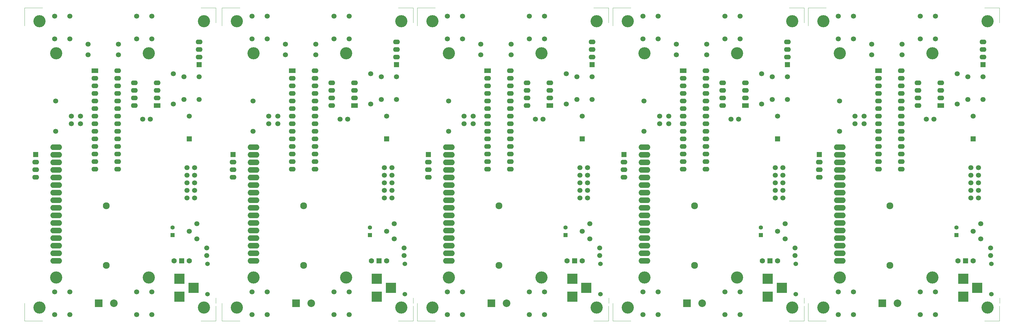
<source format=gbs>
G04 (created by PCBNEW (2013-07-07 BZR 4022)-stable) date 5/4/2015 1:16:15 PM*
%MOIN*%
G04 Gerber Fmt 3.4, Leading zero omitted, Abs format*
%FSLAX34Y34*%
G01*
G70*
G90*
G04 APERTURE LIST*
%ADD10C,0.00590551*%
%ADD11C,0.00393701*%
%ADD12C,0.0669291*%
%ADD13R,0.09X0.062*%
%ADD14O,0.09X0.062*%
%ADD15C,0.0905512*%
%ADD16O,0.152X0.076*%
%ADD17R,0.1X0.1*%
%ADD18C,0.1*%
%ADD19C,0.16*%
%ADD20R,0.0669291X0.0669291*%
%ADD21C,0.06*%
%ADD22C,0.066*%
%ADD23R,0.055X0.055*%
%ADD24C,0.055*%
%ADD25R,0.1378X0.1378*%
%ADD26C,0.07*%
%ADD27R,0.07X0.07*%
G04 APERTURE END LIST*
G54D10*
G54D11*
X37250Y-71950D02*
X37250Y-71250D01*
X12046Y-32941D02*
X12046Y-35303D01*
X12440Y-32941D02*
X12046Y-32941D01*
X12046Y-74279D02*
X12046Y-71917D01*
X12440Y-74279D02*
X12046Y-74279D01*
X37243Y-32941D02*
X37243Y-34909D01*
X35275Y-32941D02*
X37243Y-32941D01*
X37243Y-32941D02*
X35275Y-32941D01*
X37243Y-74279D02*
X37243Y-72311D01*
X37243Y-74279D02*
X35275Y-74279D01*
X12440Y-74279D02*
X14409Y-74279D01*
X12440Y-32941D02*
X14409Y-32941D01*
X140500Y-71950D02*
X140500Y-71250D01*
X115296Y-32941D02*
X115296Y-35303D01*
X115690Y-32941D02*
X115296Y-32941D01*
X115296Y-74279D02*
X115296Y-71917D01*
X115690Y-74279D02*
X115296Y-74279D01*
X140493Y-32941D02*
X140493Y-34909D01*
X138525Y-32941D02*
X140493Y-32941D01*
X140493Y-32941D02*
X138525Y-32941D01*
X140493Y-74279D02*
X140493Y-72311D01*
X140493Y-74279D02*
X138525Y-74279D01*
X115690Y-74279D02*
X117659Y-74279D01*
X115690Y-32941D02*
X117659Y-32941D01*
X114750Y-71950D02*
X114750Y-71250D01*
X89546Y-32941D02*
X89546Y-35303D01*
X89940Y-32941D02*
X89546Y-32941D01*
X89546Y-74279D02*
X89546Y-71917D01*
X89940Y-74279D02*
X89546Y-74279D01*
X114743Y-32941D02*
X114743Y-34909D01*
X112775Y-32941D02*
X114743Y-32941D01*
X114743Y-32941D02*
X112775Y-32941D01*
X114743Y-74279D02*
X114743Y-72311D01*
X114743Y-74279D02*
X112775Y-74279D01*
X89940Y-74279D02*
X91909Y-74279D01*
X89940Y-32941D02*
X91909Y-32941D01*
X63250Y-71950D02*
X63250Y-71250D01*
X38046Y-32941D02*
X38046Y-35303D01*
X38440Y-32941D02*
X38046Y-32941D01*
X38046Y-74279D02*
X38046Y-71917D01*
X38440Y-74279D02*
X38046Y-74279D01*
X63243Y-32941D02*
X63243Y-34909D01*
X61275Y-32941D02*
X63243Y-32941D01*
X63243Y-32941D02*
X61275Y-32941D01*
X63243Y-74279D02*
X63243Y-72311D01*
X63243Y-74279D02*
X61275Y-74279D01*
X38440Y-74279D02*
X40409Y-74279D01*
X38440Y-32941D02*
X40409Y-32941D01*
X89000Y-71950D02*
X89000Y-71250D01*
X63796Y-32941D02*
X63796Y-35303D01*
X64190Y-32941D02*
X63796Y-32941D01*
X63796Y-74279D02*
X63796Y-71917D01*
X64190Y-74279D02*
X63796Y-74279D01*
X88993Y-32941D02*
X88993Y-34909D01*
X87025Y-32941D02*
X88993Y-32941D01*
X88993Y-32941D02*
X87025Y-32941D01*
X88993Y-74279D02*
X88993Y-72311D01*
X88993Y-74279D02*
X87025Y-74279D01*
X64190Y-74279D02*
X66159Y-74279D01*
X64190Y-32941D02*
X66159Y-32941D01*
G54D12*
X33450Y-54050D03*
X34450Y-54050D03*
X33450Y-55050D03*
X34450Y-55050D03*
X33450Y-56050D03*
X34450Y-56050D03*
X33450Y-57050D03*
X34450Y-57050D03*
X33450Y-58050D03*
X34450Y-58050D03*
X34750Y-63450D03*
X33750Y-62450D03*
X34750Y-61450D03*
X16150Y-49250D03*
X16150Y-45250D03*
X20400Y-39150D03*
X24400Y-39150D03*
X20400Y-37750D03*
X24400Y-37750D03*
X31650Y-45650D03*
X31650Y-41650D03*
G54D13*
X29500Y-45850D03*
G54D14*
X29500Y-44850D03*
X29500Y-43850D03*
X29500Y-42850D03*
X26500Y-42850D03*
X26500Y-43850D03*
X26500Y-44850D03*
X26500Y-45850D03*
X21300Y-42250D03*
X21300Y-43250D03*
X21300Y-44250D03*
X21300Y-45250D03*
X21300Y-46250D03*
X21300Y-47250D03*
X21300Y-48250D03*
X21300Y-49250D03*
X21300Y-50250D03*
X21300Y-51250D03*
X21300Y-52250D03*
X21300Y-53250D03*
X21300Y-54250D03*
G54D13*
X21300Y-41250D03*
G54D14*
X24300Y-54250D03*
X24300Y-53250D03*
X24300Y-52250D03*
X24300Y-51250D03*
X24300Y-50250D03*
X24300Y-49250D03*
X24300Y-48250D03*
X24300Y-47250D03*
X24300Y-46250D03*
X24300Y-45250D03*
X24300Y-44250D03*
X24300Y-43250D03*
X24300Y-42250D03*
X24300Y-41250D03*
G54D12*
X27600Y-47650D03*
X28600Y-47650D03*
X18200Y-47250D03*
X18200Y-48250D03*
X19400Y-47250D03*
X19400Y-48250D03*
G54D15*
X22800Y-59076D03*
X22800Y-66950D03*
G54D16*
X16200Y-66350D03*
X16200Y-65350D03*
X16200Y-64350D03*
X16200Y-63350D03*
X16200Y-62350D03*
X16200Y-61350D03*
X16200Y-60350D03*
X16200Y-59350D03*
X16200Y-58350D03*
X16200Y-57350D03*
X16200Y-56350D03*
X16200Y-55350D03*
X16200Y-54350D03*
X16200Y-53350D03*
X16200Y-52350D03*
X16200Y-51350D03*
G54D12*
X26800Y-70450D03*
X28800Y-70450D03*
X26800Y-73450D03*
X28800Y-73450D03*
X26800Y-34050D03*
X28800Y-34050D03*
X26800Y-37050D03*
X28800Y-37050D03*
X18000Y-73450D03*
X16000Y-73450D03*
X18000Y-70450D03*
X16000Y-70450D03*
X16000Y-34050D03*
X18000Y-34050D03*
X16000Y-37050D03*
X18000Y-37050D03*
X35050Y-45050D03*
X33050Y-45050D03*
X35050Y-42050D03*
X33050Y-42050D03*
G54D17*
X21800Y-71950D03*
G54D18*
X23800Y-71950D03*
G54D19*
X35668Y-72508D03*
X14015Y-72508D03*
X14015Y-34712D03*
X35668Y-34712D03*
X16200Y-38950D03*
X16200Y-68550D03*
X28400Y-68550D03*
X28400Y-38950D03*
G54D20*
X33750Y-50250D03*
G54D12*
X33750Y-47250D03*
G54D20*
X35050Y-40450D03*
G54D14*
X35050Y-39450D03*
X35050Y-38450D03*
X35050Y-37450D03*
G54D20*
X13500Y-52300D03*
G54D14*
X13500Y-53300D03*
X13500Y-54300D03*
X13500Y-55300D03*
G54D21*
X36150Y-66750D03*
X36150Y-70750D03*
G54D22*
X36050Y-65650D03*
X36050Y-64650D03*
G54D23*
X31550Y-62950D03*
G54D24*
X31550Y-61950D03*
G54D25*
X32450Y-68709D03*
X32450Y-71071D03*
X34300Y-69890D03*
G54D26*
X31750Y-66350D03*
G54D27*
X32750Y-66350D03*
G54D26*
X33750Y-66350D03*
G54D12*
X136700Y-54050D03*
X137700Y-54050D03*
X136700Y-55050D03*
X137700Y-55050D03*
X136700Y-56050D03*
X137700Y-56050D03*
X136700Y-57050D03*
X137700Y-57050D03*
X136700Y-58050D03*
X137700Y-58050D03*
X138000Y-63450D03*
X137000Y-62450D03*
X138000Y-61450D03*
X119400Y-49250D03*
X119400Y-45250D03*
X123650Y-39150D03*
X127650Y-39150D03*
X123650Y-37750D03*
X127650Y-37750D03*
X134900Y-45650D03*
X134900Y-41650D03*
G54D13*
X132750Y-45850D03*
G54D14*
X132750Y-44850D03*
X132750Y-43850D03*
X132750Y-42850D03*
X129750Y-42850D03*
X129750Y-43850D03*
X129750Y-44850D03*
X129750Y-45850D03*
X124550Y-42250D03*
X124550Y-43250D03*
X124550Y-44250D03*
X124550Y-45250D03*
X124550Y-46250D03*
X124550Y-47250D03*
X124550Y-48250D03*
X124550Y-49250D03*
X124550Y-50250D03*
X124550Y-51250D03*
X124550Y-52250D03*
X124550Y-53250D03*
X124550Y-54250D03*
G54D13*
X124550Y-41250D03*
G54D14*
X127550Y-54250D03*
X127550Y-53250D03*
X127550Y-52250D03*
X127550Y-51250D03*
X127550Y-50250D03*
X127550Y-49250D03*
X127550Y-48250D03*
X127550Y-47250D03*
X127550Y-46250D03*
X127550Y-45250D03*
X127550Y-44250D03*
X127550Y-43250D03*
X127550Y-42250D03*
X127550Y-41250D03*
G54D12*
X130850Y-47650D03*
X131850Y-47650D03*
X121450Y-47250D03*
X121450Y-48250D03*
X122650Y-47250D03*
X122650Y-48250D03*
G54D15*
X126050Y-59076D03*
X126050Y-66950D03*
G54D16*
X119450Y-66350D03*
X119450Y-65350D03*
X119450Y-64350D03*
X119450Y-63350D03*
X119450Y-62350D03*
X119450Y-61350D03*
X119450Y-60350D03*
X119450Y-59350D03*
X119450Y-58350D03*
X119450Y-57350D03*
X119450Y-56350D03*
X119450Y-55350D03*
X119450Y-54350D03*
X119450Y-53350D03*
X119450Y-52350D03*
X119450Y-51350D03*
G54D12*
X130050Y-70450D03*
X132050Y-70450D03*
X130050Y-73450D03*
X132050Y-73450D03*
X130050Y-34050D03*
X132050Y-34050D03*
X130050Y-37050D03*
X132050Y-37050D03*
X121250Y-73450D03*
X119250Y-73450D03*
X121250Y-70450D03*
X119250Y-70450D03*
X119250Y-34050D03*
X121250Y-34050D03*
X119250Y-37050D03*
X121250Y-37050D03*
X138300Y-45050D03*
X136300Y-45050D03*
X138300Y-42050D03*
X136300Y-42050D03*
G54D17*
X125050Y-71950D03*
G54D18*
X127050Y-71950D03*
G54D19*
X138918Y-72508D03*
X117265Y-72508D03*
X117265Y-34712D03*
X138918Y-34712D03*
X119450Y-38950D03*
X119450Y-68550D03*
X131650Y-68550D03*
X131650Y-38950D03*
G54D20*
X137000Y-50250D03*
G54D12*
X137000Y-47250D03*
G54D20*
X138300Y-40450D03*
G54D14*
X138300Y-39450D03*
X138300Y-38450D03*
X138300Y-37450D03*
G54D20*
X116750Y-52300D03*
G54D14*
X116750Y-53300D03*
X116750Y-54300D03*
X116750Y-55300D03*
G54D21*
X139400Y-66750D03*
X139400Y-70750D03*
G54D22*
X139300Y-65650D03*
X139300Y-64650D03*
G54D23*
X134800Y-62950D03*
G54D24*
X134800Y-61950D03*
G54D25*
X135700Y-68709D03*
X135700Y-71071D03*
X137550Y-69890D03*
G54D26*
X135000Y-66350D03*
G54D27*
X136000Y-66350D03*
G54D26*
X137000Y-66350D03*
G54D12*
X110950Y-54050D03*
X111950Y-54050D03*
X110950Y-55050D03*
X111950Y-55050D03*
X110950Y-56050D03*
X111950Y-56050D03*
X110950Y-57050D03*
X111950Y-57050D03*
X110950Y-58050D03*
X111950Y-58050D03*
X112250Y-63450D03*
X111250Y-62450D03*
X112250Y-61450D03*
X93650Y-49250D03*
X93650Y-45250D03*
X97900Y-39150D03*
X101900Y-39150D03*
X97900Y-37750D03*
X101900Y-37750D03*
X109150Y-45650D03*
X109150Y-41650D03*
G54D13*
X107000Y-45850D03*
G54D14*
X107000Y-44850D03*
X107000Y-43850D03*
X107000Y-42850D03*
X104000Y-42850D03*
X104000Y-43850D03*
X104000Y-44850D03*
X104000Y-45850D03*
X98800Y-42250D03*
X98800Y-43250D03*
X98800Y-44250D03*
X98800Y-45250D03*
X98800Y-46250D03*
X98800Y-47250D03*
X98800Y-48250D03*
X98800Y-49250D03*
X98800Y-50250D03*
X98800Y-51250D03*
X98800Y-52250D03*
X98800Y-53250D03*
X98800Y-54250D03*
G54D13*
X98800Y-41250D03*
G54D14*
X101800Y-54250D03*
X101800Y-53250D03*
X101800Y-52250D03*
X101800Y-51250D03*
X101800Y-50250D03*
X101800Y-49250D03*
X101800Y-48250D03*
X101800Y-47250D03*
X101800Y-46250D03*
X101800Y-45250D03*
X101800Y-44250D03*
X101800Y-43250D03*
X101800Y-42250D03*
X101800Y-41250D03*
G54D12*
X105100Y-47650D03*
X106100Y-47650D03*
X95700Y-47250D03*
X95700Y-48250D03*
X96900Y-47250D03*
X96900Y-48250D03*
G54D15*
X100300Y-59076D03*
X100300Y-66950D03*
G54D16*
X93700Y-66350D03*
X93700Y-65350D03*
X93700Y-64350D03*
X93700Y-63350D03*
X93700Y-62350D03*
X93700Y-61350D03*
X93700Y-60350D03*
X93700Y-59350D03*
X93700Y-58350D03*
X93700Y-57350D03*
X93700Y-56350D03*
X93700Y-55350D03*
X93700Y-54350D03*
X93700Y-53350D03*
X93700Y-52350D03*
X93700Y-51350D03*
G54D12*
X104300Y-70450D03*
X106300Y-70450D03*
X104300Y-73450D03*
X106300Y-73450D03*
X104300Y-34050D03*
X106300Y-34050D03*
X104300Y-37050D03*
X106300Y-37050D03*
X95500Y-73450D03*
X93500Y-73450D03*
X95500Y-70450D03*
X93500Y-70450D03*
X93500Y-34050D03*
X95500Y-34050D03*
X93500Y-37050D03*
X95500Y-37050D03*
X112550Y-45050D03*
X110550Y-45050D03*
X112550Y-42050D03*
X110550Y-42050D03*
G54D17*
X99300Y-71950D03*
G54D18*
X101300Y-71950D03*
G54D19*
X113168Y-72508D03*
X91515Y-72508D03*
X91515Y-34712D03*
X113168Y-34712D03*
X93700Y-38950D03*
X93700Y-68550D03*
X105900Y-68550D03*
X105900Y-38950D03*
G54D20*
X111250Y-50250D03*
G54D12*
X111250Y-47250D03*
G54D20*
X112550Y-40450D03*
G54D14*
X112550Y-39450D03*
X112550Y-38450D03*
X112550Y-37450D03*
G54D20*
X91000Y-52300D03*
G54D14*
X91000Y-53300D03*
X91000Y-54300D03*
X91000Y-55300D03*
G54D21*
X113650Y-66750D03*
X113650Y-70750D03*
G54D22*
X113550Y-65650D03*
X113550Y-64650D03*
G54D23*
X109050Y-62950D03*
G54D24*
X109050Y-61950D03*
G54D25*
X109950Y-68709D03*
X109950Y-71071D03*
X111800Y-69890D03*
G54D26*
X109250Y-66350D03*
G54D27*
X110250Y-66350D03*
G54D26*
X111250Y-66350D03*
G54D12*
X59450Y-54050D03*
X60450Y-54050D03*
X59450Y-55050D03*
X60450Y-55050D03*
X59450Y-56050D03*
X60450Y-56050D03*
X59450Y-57050D03*
X60450Y-57050D03*
X59450Y-58050D03*
X60450Y-58050D03*
X60750Y-63450D03*
X59750Y-62450D03*
X60750Y-61450D03*
X42150Y-49250D03*
X42150Y-45250D03*
X46400Y-39150D03*
X50400Y-39150D03*
X46400Y-37750D03*
X50400Y-37750D03*
X57650Y-45650D03*
X57650Y-41650D03*
G54D13*
X55500Y-45850D03*
G54D14*
X55500Y-44850D03*
X55500Y-43850D03*
X55500Y-42850D03*
X52500Y-42850D03*
X52500Y-43850D03*
X52500Y-44850D03*
X52500Y-45850D03*
X47300Y-42250D03*
X47300Y-43250D03*
X47300Y-44250D03*
X47300Y-45250D03*
X47300Y-46250D03*
X47300Y-47250D03*
X47300Y-48250D03*
X47300Y-49250D03*
X47300Y-50250D03*
X47300Y-51250D03*
X47300Y-52250D03*
X47300Y-53250D03*
X47300Y-54250D03*
G54D13*
X47300Y-41250D03*
G54D14*
X50300Y-54250D03*
X50300Y-53250D03*
X50300Y-52250D03*
X50300Y-51250D03*
X50300Y-50250D03*
X50300Y-49250D03*
X50300Y-48250D03*
X50300Y-47250D03*
X50300Y-46250D03*
X50300Y-45250D03*
X50300Y-44250D03*
X50300Y-43250D03*
X50300Y-42250D03*
X50300Y-41250D03*
G54D12*
X53600Y-47650D03*
X54600Y-47650D03*
X44200Y-47250D03*
X44200Y-48250D03*
X45400Y-47250D03*
X45400Y-48250D03*
G54D15*
X48800Y-59076D03*
X48800Y-66950D03*
G54D16*
X42200Y-66350D03*
X42200Y-65350D03*
X42200Y-64350D03*
X42200Y-63350D03*
X42200Y-62350D03*
X42200Y-61350D03*
X42200Y-60350D03*
X42200Y-59350D03*
X42200Y-58350D03*
X42200Y-57350D03*
X42200Y-56350D03*
X42200Y-55350D03*
X42200Y-54350D03*
X42200Y-53350D03*
X42200Y-52350D03*
X42200Y-51350D03*
G54D12*
X52800Y-70450D03*
X54800Y-70450D03*
X52800Y-73450D03*
X54800Y-73450D03*
X52800Y-34050D03*
X54800Y-34050D03*
X52800Y-37050D03*
X54800Y-37050D03*
X44000Y-73450D03*
X42000Y-73450D03*
X44000Y-70450D03*
X42000Y-70450D03*
X42000Y-34050D03*
X44000Y-34050D03*
X42000Y-37050D03*
X44000Y-37050D03*
X61050Y-45050D03*
X59050Y-45050D03*
X61050Y-42050D03*
X59050Y-42050D03*
G54D17*
X47800Y-71950D03*
G54D18*
X49800Y-71950D03*
G54D19*
X61668Y-72508D03*
X40015Y-72508D03*
X40015Y-34712D03*
X61668Y-34712D03*
X42200Y-38950D03*
X42200Y-68550D03*
X54400Y-68550D03*
X54400Y-38950D03*
G54D20*
X59750Y-50250D03*
G54D12*
X59750Y-47250D03*
G54D20*
X61050Y-40450D03*
G54D14*
X61050Y-39450D03*
X61050Y-38450D03*
X61050Y-37450D03*
G54D20*
X39500Y-52300D03*
G54D14*
X39500Y-53300D03*
X39500Y-54300D03*
X39500Y-55300D03*
G54D21*
X62150Y-66750D03*
X62150Y-70750D03*
G54D22*
X62050Y-65650D03*
X62050Y-64650D03*
G54D23*
X57550Y-62950D03*
G54D24*
X57550Y-61950D03*
G54D25*
X58450Y-68709D03*
X58450Y-71071D03*
X60300Y-69890D03*
G54D26*
X57750Y-66350D03*
G54D27*
X58750Y-66350D03*
G54D26*
X59750Y-66350D03*
G54D12*
X85200Y-54050D03*
X86200Y-54050D03*
X85200Y-55050D03*
X86200Y-55050D03*
X85200Y-56050D03*
X86200Y-56050D03*
X85200Y-57050D03*
X86200Y-57050D03*
X85200Y-58050D03*
X86200Y-58050D03*
X86500Y-63450D03*
X85500Y-62450D03*
X86500Y-61450D03*
X67900Y-49250D03*
X67900Y-45250D03*
X72150Y-39150D03*
X76150Y-39150D03*
X72150Y-37750D03*
X76150Y-37750D03*
X83400Y-45650D03*
X83400Y-41650D03*
G54D13*
X81250Y-45850D03*
G54D14*
X81250Y-44850D03*
X81250Y-43850D03*
X81250Y-42850D03*
X78250Y-42850D03*
X78250Y-43850D03*
X78250Y-44850D03*
X78250Y-45850D03*
X73050Y-42250D03*
X73050Y-43250D03*
X73050Y-44250D03*
X73050Y-45250D03*
X73050Y-46250D03*
X73050Y-47250D03*
X73050Y-48250D03*
X73050Y-49250D03*
X73050Y-50250D03*
X73050Y-51250D03*
X73050Y-52250D03*
X73050Y-53250D03*
X73050Y-54250D03*
G54D13*
X73050Y-41250D03*
G54D14*
X76050Y-54250D03*
X76050Y-53250D03*
X76050Y-52250D03*
X76050Y-51250D03*
X76050Y-50250D03*
X76050Y-49250D03*
X76050Y-48250D03*
X76050Y-47250D03*
X76050Y-46250D03*
X76050Y-45250D03*
X76050Y-44250D03*
X76050Y-43250D03*
X76050Y-42250D03*
X76050Y-41250D03*
G54D12*
X79350Y-47650D03*
X80350Y-47650D03*
X69950Y-47250D03*
X69950Y-48250D03*
X71150Y-47250D03*
X71150Y-48250D03*
G54D15*
X74550Y-59076D03*
X74550Y-66950D03*
G54D16*
X67950Y-66350D03*
X67950Y-65350D03*
X67950Y-64350D03*
X67950Y-63350D03*
X67950Y-62350D03*
X67950Y-61350D03*
X67950Y-60350D03*
X67950Y-59350D03*
X67950Y-58350D03*
X67950Y-57350D03*
X67950Y-56350D03*
X67950Y-55350D03*
X67950Y-54350D03*
X67950Y-53350D03*
X67950Y-52350D03*
X67950Y-51350D03*
G54D12*
X78550Y-70450D03*
X80550Y-70450D03*
X78550Y-73450D03*
X80550Y-73450D03*
X78550Y-34050D03*
X80550Y-34050D03*
X78550Y-37050D03*
X80550Y-37050D03*
X69750Y-73450D03*
X67750Y-73450D03*
X69750Y-70450D03*
X67750Y-70450D03*
X67750Y-34050D03*
X69750Y-34050D03*
X67750Y-37050D03*
X69750Y-37050D03*
X86800Y-45050D03*
X84800Y-45050D03*
X86800Y-42050D03*
X84800Y-42050D03*
G54D17*
X73550Y-71950D03*
G54D18*
X75550Y-71950D03*
G54D19*
X87418Y-72508D03*
X65765Y-72508D03*
X65765Y-34712D03*
X87418Y-34712D03*
X67950Y-38950D03*
X67950Y-68550D03*
X80150Y-68550D03*
X80150Y-38950D03*
G54D20*
X85500Y-50250D03*
G54D12*
X85500Y-47250D03*
G54D20*
X86800Y-40450D03*
G54D14*
X86800Y-39450D03*
X86800Y-38450D03*
X86800Y-37450D03*
G54D20*
X65250Y-52300D03*
G54D14*
X65250Y-53300D03*
X65250Y-54300D03*
X65250Y-55300D03*
G54D21*
X87900Y-66750D03*
X87900Y-70750D03*
G54D22*
X87800Y-65650D03*
X87800Y-64650D03*
G54D23*
X83300Y-62950D03*
G54D24*
X83300Y-61950D03*
G54D25*
X84200Y-68709D03*
X84200Y-71071D03*
X86050Y-69890D03*
G54D26*
X83500Y-66350D03*
G54D27*
X84500Y-66350D03*
G54D26*
X85500Y-66350D03*
M02*

</source>
